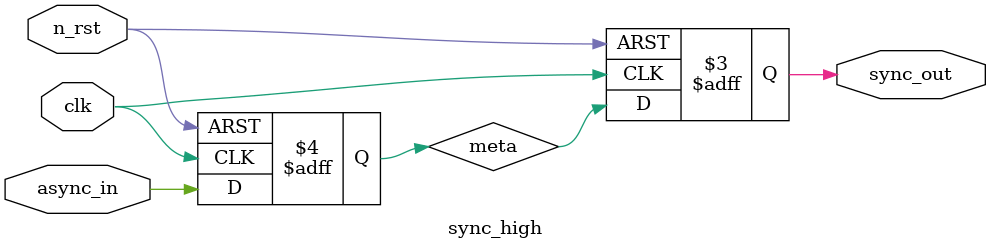
<source format=sv>
module sync_high (
    input wire clk,
    input wire n_rst,
    input wire async_in,
    output reg sync_out
);
reg meta;
always_ff @( posedge clk, negedge n_rst ) 
begin : RESET_HIGH_SYNCHRONIZER
    if(n_rst == 1'b0)
    begin
        meta <= 1'b1;
        sync_out <= 1'b1;
    end
    else
    begin
        meta <= async_in;
        sync_out <= meta;
    end
end
    
endmodule
</source>
